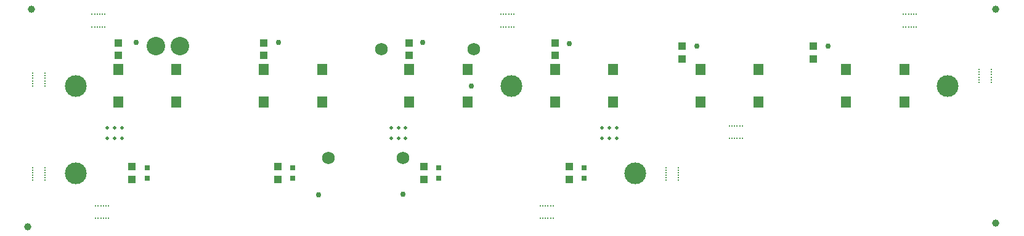
<source format=gts>
G75*
%MOIN*%
%OFA0B0*%
%FSLAX25Y25*%
%IPPOS*%
%LPD*%
%AMOC8*
5,1,8,0,0,1.08239X$1,22.5*
%
%ADD10C,0.01969*%
%ADD11C,0.00984*%
%ADD12R,0.03150X0.03150*%
%ADD13R,0.04331X0.03937*%
%ADD14R,0.05512X0.06299*%
%ADD15C,0.06900*%
%ADD16C,0.11811*%
%ADD17C,0.10000*%
%ADD18C,0.03937*%
%ADD19C,0.02953*%
D10*
X0072272Y0116761D03*
X0076209Y0116761D03*
X0080146Y0116761D03*
X0080146Y0122272D03*
X0076209Y0122272D03*
X0072272Y0122272D03*
X0225816Y0122272D03*
X0229753Y0122272D03*
X0233690Y0122272D03*
X0233690Y0116761D03*
X0229753Y0116761D03*
X0225816Y0116761D03*
X0339989Y0116761D03*
X0343926Y0116761D03*
X0347863Y0116761D03*
X0347863Y0122272D03*
X0343926Y0122272D03*
X0339989Y0122272D03*
D11*
X0374438Y0100816D03*
X0374438Y0099438D03*
X0374438Y0098060D03*
X0374438Y0096682D03*
X0374438Y0095304D03*
X0374438Y0093926D03*
X0381131Y0093926D03*
X0381131Y0095304D03*
X0381131Y0096682D03*
X0381131Y0098060D03*
X0381131Y0099438D03*
X0381131Y0100816D03*
X0408887Y0116564D03*
X0410265Y0116564D03*
X0411643Y0116564D03*
X0413020Y0116564D03*
X0414398Y0116564D03*
X0415776Y0116564D03*
X0415776Y0123257D03*
X0414398Y0123257D03*
X0413020Y0123257D03*
X0411643Y0123257D03*
X0410265Y0123257D03*
X0408887Y0123257D03*
X0313414Y0079950D03*
X0312036Y0079950D03*
X0310658Y0079950D03*
X0309280Y0079950D03*
X0307902Y0079950D03*
X0306524Y0079950D03*
X0306524Y0073257D03*
X0307902Y0073257D03*
X0309280Y0073257D03*
X0310658Y0073257D03*
X0312036Y0073257D03*
X0313414Y0073257D03*
X0543729Y0147076D03*
X0543729Y0148454D03*
X0543729Y0149831D03*
X0543729Y0151209D03*
X0543729Y0152587D03*
X0543729Y0153965D03*
X0550422Y0153965D03*
X0550422Y0152587D03*
X0550422Y0151209D03*
X0550422Y0149831D03*
X0550422Y0148454D03*
X0550422Y0147076D03*
X0509871Y0177194D03*
X0508493Y0177194D03*
X0507115Y0177194D03*
X0505737Y0177194D03*
X0504359Y0177194D03*
X0502981Y0177194D03*
X0502981Y0183887D03*
X0504359Y0183887D03*
X0505737Y0183887D03*
X0507115Y0183887D03*
X0508493Y0183887D03*
X0509871Y0183887D03*
X0292154Y0183887D03*
X0290776Y0183887D03*
X0289398Y0183887D03*
X0288020Y0183887D03*
X0286643Y0183887D03*
X0285265Y0183887D03*
X0285265Y0177194D03*
X0286643Y0177194D03*
X0288020Y0177194D03*
X0289398Y0177194D03*
X0290776Y0177194D03*
X0292154Y0177194D03*
X0070894Y0177194D03*
X0069517Y0177194D03*
X0068139Y0177194D03*
X0066761Y0177194D03*
X0065383Y0177194D03*
X0064005Y0177194D03*
X0064005Y0183887D03*
X0065383Y0183887D03*
X0066761Y0183887D03*
X0068139Y0183887D03*
X0069517Y0183887D03*
X0070894Y0183887D03*
X0038611Y0151997D03*
X0038611Y0150619D03*
X0038611Y0149241D03*
X0038611Y0147863D03*
X0038611Y0146485D03*
X0038611Y0145107D03*
X0031918Y0145107D03*
X0031918Y0146485D03*
X0031918Y0147863D03*
X0031918Y0149241D03*
X0031918Y0150619D03*
X0031918Y0151997D03*
X0031918Y0100816D03*
X0031918Y0099438D03*
X0031918Y0098060D03*
X0031918Y0096682D03*
X0031918Y0095304D03*
X0031918Y0093926D03*
X0038611Y0093926D03*
X0038611Y0095304D03*
X0038611Y0096682D03*
X0038611Y0098060D03*
X0038611Y0099438D03*
X0038611Y0100816D03*
X0065973Y0079950D03*
X0067351Y0079950D03*
X0068729Y0079950D03*
X0070107Y0079950D03*
X0071485Y0079950D03*
X0072863Y0079950D03*
X0072863Y0073257D03*
X0071485Y0073257D03*
X0070107Y0073257D03*
X0068729Y0073257D03*
X0067351Y0073257D03*
X0065973Y0073257D03*
D12*
X0093926Y0094910D03*
X0093926Y0100816D03*
X0172666Y0100816D03*
X0172666Y0094910D03*
X0251406Y0094910D03*
X0251406Y0100816D03*
X0330146Y0100816D03*
X0330146Y0094910D03*
D13*
X0322272Y0094517D03*
X0322272Y0101209D03*
X0243532Y0101209D03*
X0243532Y0094517D03*
X0164398Y0094517D03*
X0164398Y0101209D03*
X0085658Y0101209D03*
X0085658Y0094517D03*
X0078178Y0161713D03*
X0078178Y0168406D03*
X0156918Y0168406D03*
X0156918Y0161713D03*
X0235658Y0161713D03*
X0235658Y0168406D03*
X0314398Y0168406D03*
X0314398Y0161713D03*
X0383296Y0159871D03*
X0383296Y0166564D03*
X0454162Y0166564D03*
X0454162Y0159871D03*
D14*
X0471879Y0153965D03*
X0503375Y0153965D03*
X0503375Y0136249D03*
X0471879Y0136249D03*
X0424635Y0136249D03*
X0393139Y0136249D03*
X0393139Y0153965D03*
X0424635Y0153965D03*
X0345894Y0153965D03*
X0314398Y0153965D03*
X0314398Y0136249D03*
X0345894Y0136249D03*
X0267154Y0136249D03*
X0235658Y0136249D03*
X0235658Y0153965D03*
X0267154Y0153965D03*
X0188414Y0153965D03*
X0156918Y0153965D03*
X0156918Y0136249D03*
X0188414Y0136249D03*
X0109674Y0136249D03*
X0078178Y0136249D03*
X0078178Y0153965D03*
X0109674Y0153965D03*
D15*
X0220401Y0165118D03*
X0270601Y0165118D03*
X0232136Y0106063D03*
X0191936Y0106063D03*
D16*
X0290776Y0145107D03*
X0357706Y0097863D03*
X0526997Y0145107D03*
X0055343Y0145107D03*
X0055343Y0097863D03*
D17*
X0098414Y0166603D03*
X0111454Y0166603D03*
D18*
X0029359Y0068729D03*
X0031328Y0186839D03*
X0552981Y0186839D03*
X0552981Y0070698D03*
D19*
X0462036Y0166761D03*
X0391170Y0166761D03*
X0322272Y0168103D03*
X0269123Y0145107D03*
X0243032Y0168603D03*
X0164792Y0168603D03*
X0088020Y0168603D03*
X0186446Y0086052D03*
X0232115Y0086446D03*
M02*

</source>
